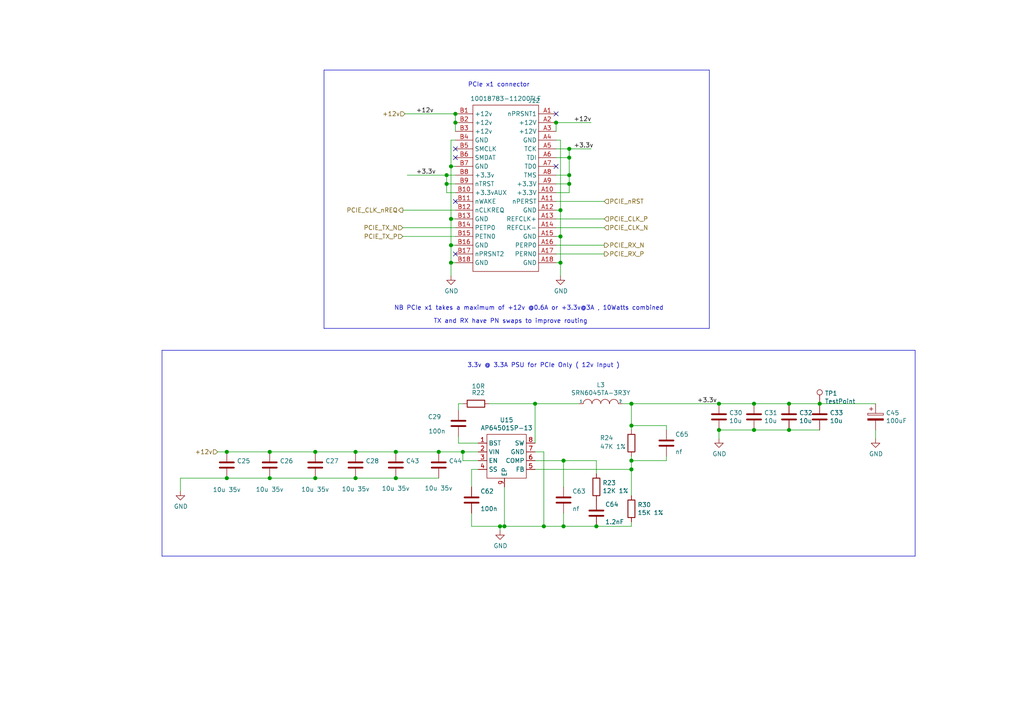
<source format=kicad_sch>
(kicad_sch (version 20250114) (generator "eeschema") (generator_version "9.0")
  (paper "A4")
  (title_block (title "Compute Module 4 IO Board - PCIe") (rev "1") (company "© 2020-2022 Raspberry Pi Ltd (formerly Raspberry Pi (Trading) Ltd.)") (comment 1 "www.raspberrypi.com"))
  (lib_symbols
    (symbol "CM4IO:AP64351"
      (property "Reference" "U" (at 0 8.89 0))
      (property "Value" "AP64351" (at 1.27 6.35 0))
      (symbol "AP64351_0_1"
        (rectangle (start -5.08 5.08) (end 6.35 -7.62))
      )
      (symbol "AP64351_1_1"
        (pin passive line (at -7.62 2.54 0) (length 2.54) (name "BST") (number "1"))
        (pin power_in line (at -7.62 0 0) (length 2.54) (name "VIN") (number "2"))
        (pin input line (at -7.62 -2.54 0) (length 2.54) (name "EN") (number "3"))
        (pin input line (at -7.62 -5.08 0) (length 2.54) (name "SS") (number "4"))
        (pin passive line (at 0 -10.16 90) (length 2.54) (name "EP") (number "9"))
        (pin output line (at 8.89 2.54 180) (length 2.54) (name "SW") (number "8"))
        (pin power_in line (at 8.89 0 180) (length 2.54) (name "GND") (number "7"))
        (pin input line (at 8.89 -2.54 180) (length 2.54) (name "COMP") (number "6"))
        (pin input line (at 8.89 -5.08 180) (length 2.54) (name "FB") (number "5"))
      )
    )
    (symbol "CM4IO:PCIe-x1"
      (property "Reference" "J" (at -13.97 36.83 0))
      (property "Value" "PCIe-x1" (at -5.08 -13.97 0))
      (symbol "PCIe-x1_0_0"
        (pin power_in line (at -19.05 33.02 0) (length 5.08) (name "+12v") (number "B1"))
        (pin power_in line (at -19.05 30.48 0) (length 5.08) (name "+12v") (number "B2"))
        (pin power_in line (at -19.05 27.94 0) (length 5.08) (name "+12v") (number "B3"))
        (pin power_in line (at -19.05 25.4 0) (length 5.08) (name "GND") (number "B4"))
        (pin passive line (at -19.05 22.86 0) (length 5.08) (name "SMCLK") (number "B5"))
        (pin passive line (at -19.05 20.32 0) (length 5.08) (name "SMDAT") (number "B6"))
        (pin power_in line (at -19.05 17.78 0) (length 5.08) (name "GND") (number "B7"))
        (pin power_in line (at -19.05 15.24 0) (length 5.08) (name "+3.3v") (number "B8"))
        (pin input line (at -19.05 12.7 0) (length 5.08) (name "nTRST") (number "B9"))
        (pin power_in line (at -19.05 10.16 0) (length 5.08) (name "+3.3vAUX") (number "B10"))
        (pin open_collector line (at -19.05 7.62 0) (length 5.08) (name "nWAKE") (number "B11"))
        (pin open_collector line (at -19.05 5.08 0) (length 5.08) (name "nCLKREQ") (number "B12"))
        (pin power_in line (at -19.05 2.54 0) (length 5.08) (name "GND") (number "B13"))
        (pin input line (at -19.05 0 0) (length 5.08) (name "PETP0") (number "B14"))
        (pin input line (at -19.05 -2.54 0) (length 5.08) (name "PETN0") (number "B15"))
        (pin power_in line (at -19.05 -5.08 0) (length 5.08) (name "GND") (number "B16"))
        (pin passive line (at -19.05 -7.62 0) (length 5.08) (name "nPRSNT2") (number "B17"))
        (pin power_in line (at -19.05 -10.16 0) (length 5.08) (name "GND") (number "B18"))
        (pin passive line (at 10.16 33.02 180) (length 5.08) (name "nPRSNT1") (number "A1"))
        (pin power_in line (at 10.16 30.48 180) (length 5.08) (name "+12V") (number "A2"))
        (pin power_in line (at 10.16 27.94 180) (length 5.08) (name "+12V") (number "A3"))
        (pin power_in line (at 10.16 25.4 180) (length 5.08) (name "GND") (number "A4"))
        (pin input line (at 10.16 22.86 180) (length 5.08) (name "TCK") (number "A5"))
        (pin input line (at 10.16 20.32 180) (length 5.08) (name "TDI") (number "A6"))
        (pin output line (at 10.16 17.78 180) (length 5.08) (name "TD0") (number "A7"))
        (pin input line (at 10.16 15.24 180) (length 5.08) (name "TMS") (number "A8"))
        (pin power_in line (at 10.16 12.7 180) (length 5.08) (name "+3.3V") (number "A9"))
        (pin power_in line (at 10.16 10.16 180) (length 5.08) (name "+3.3V") (number "A10"))
        (pin input line (at 10.16 7.62 180) (length 5.08) (name "nPERST") (number "A11"))
        (pin power_in line (at 10.16 5.08 180) (length 5.08) (name "GND") (number "A12"))
        (pin input line (at 10.16 2.54 180) (length 5.08) (name "REFCLK+") (number "A13"))
        (pin input line (at 10.16 0 180) (length 5.08) (name "REFCLK-") (number "A14"))
        (pin power_in line (at 10.16 -2.54 180) (length 5.08) (name "GND") (number "A15"))
        (pin output line (at 10.16 -5.08 180) (length 5.08) (name "PERP0") (number "A16"))
        (pin output line (at 10.16 -7.62 180) (length 5.08) (name "PERN0") (number "A17"))
        (pin power_in line (at 10.16 -10.16 180) (length 5.08) (name "GND") (number "A18"))
      )
      (symbol "PCIe-x1_0_1"
        (rectangle (start -13.97 35.56) (end 5.08 -12.7))
      )
    )
    (symbol "Connector:TestPoint" (pin_numbers (hide yes)) (pin_names (offset 0.762) (hide yes))
      (property "Reference" "TP" (at 0 6.858 0))
      (property "Value" "TestPoint" (at 0 5.08 0))
      (symbol "TestPoint_0_1"
        (circle (center 0 3.302) (radius 0.762))
      )
      (symbol "TestPoint_1_1"
        (pin passive line (at 0 0 90) (length 2.54) (name "1") (number "1"))
      )
    )
    (symbol "Device:C" (pin_numbers (hide yes)) (pin_names (offset 0.254))
      (property "Reference" "C" (at 0.635 2.54 0))
      (property "Value" "C" (at 0.635 -2.54 0))
      (symbol "C_0_1"
        (polyline (pts (xy -2.032 0.762) (xy 2.032 0.762)) (stroke (width 0.508)))
        (polyline (pts (xy -2.032 -0.762) (xy 2.032 -0.762)) (stroke (width 0.508)))
      )
      (symbol "C_1_1"
        (pin passive line (at 0 3.81 270) (length 2.794) (name "~") (number "1"))
        (pin passive line (at 0 -3.81 90) (length 2.794) (name "~") (number "2"))
      )
    )
    (symbol "Device:CP" (pin_numbers (hide yes)) (pin_names (offset 0.254))
      (property "Reference" "C" (at 0.635 2.54 0))
      (property "Value" "CP" (at 0.635 -2.54 0))
      (symbol "CP_0_1"
        (rectangle (start -2.286 0.508) (end 2.286 1.016))
        (polyline (pts (xy -1.778 2.286) (xy -0.762 2.286)))
        (polyline (pts (xy -1.27 2.794) (xy -1.27 1.778)))
        (rectangle (start 2.286 -0.508) (end -2.286 -1.016) (fill (type outline)))
      )
      (symbol "CP_1_1"
        (pin passive line (at 0 3.81 270) (length 2.794) (name "~") (number "1"))
        (pin passive line (at 0 -3.81 90) (length 2.794) (name "~") (number "2"))
      )
    )
    (symbol "Device:R" (pin_numbers (hide yes)) (pin_names (offset 0))
      (property "Reference" "R" (at 2.032 0 90))
      (property "Value" "R" (at 0 0 90))
      (symbol "R_0_1"
        (rectangle (start -1.016 -2.54) (end 1.016 2.54) (stroke (width 0.254)))
      )
      (symbol "R_1_1"
        (pin passive line (at 0 3.81 270) (length 1.27) (name "~") (number "1"))
        (pin passive line (at 0 -3.81 90) (length 1.27) (name "~") (number "2"))
      )
    )
    (symbol "power:GND" (power) (pin_names (offset 0))
      (property "Value" "GND" (at 0 -3.81 0))
      (symbol "GND_0_1"
        (polyline (pts (xy 0 0) (xy 0 -1.27) (xy 1.27 -1.27) (xy 0 -2.54) (xy -1.27 -1.27) (xy 0 -1.27)))
      )
      (symbol "GND_1_1"
        (pin power_in line (at 0 0 270) (length 0) (hide yes) (name "GND") (number "1"))
      )
    )
    (symbol "pspice:INDUCTOR" (pin_numbers (hide yes)) (pin_names (offset 0))
      (property "Reference" "L" (at 0 2.54 0))
      (property "Value" "INDUCTOR" (at 0 -1.27 0))
      (symbol "INDUCTOR_0_1"
        (arc (start -5.08 0) (mid -3.81 1.2645) (end -2.54 0))
        (arc (start -2.54 0) (mid -1.27 1.2645) (end 0 0))
        (arc (start 0 0) (mid 1.27 1.2645) (end 2.54 0))
        (arc (start 2.54 0) (mid 3.81 1.2645) (end 5.08 0))
      )
      (symbol "INDUCTOR_1_1"
        (pin input line (at -6.35 0 0) (length 1.27) (name "1") (number "1"))
        (pin input line (at 6.35 0 180) (length 1.27) (name "2") (number "2"))
      )
    )
  )
  (text "TX and RX have PN swaps to improve routing\n" (at 125.73 93.98 0) (effects (font (size 1.27 1.27)) (justify left bottom)))
  (text "PCIe x1 connector" (at 153.67 25.4 0) (effects (font (size 1.27 1.27)) (justify right bottom)))
  (text "3.3v @ 3.3A PSU for PCIe Only ( 12v Input )\n\n" (at 135.509 108.839 0) (effects (font (size 1.27 1.27)) (justify left bottom)))
  (text "NB PCIe x1 takes a maximum of +12v @0.6A or +3.3v@3A , 10Watts combined" (at 114.3 90.17 0) (effects (font (size 1.27 1.27)) (justify left bottom)))
  (junction (at 157.734 152.654) (diameter 1.016))
  (junction (at 162.56 60.96) (diameter 1.016))
  (junction (at 163.449 152.654) (diameter 1.016))
  (junction (at 162.56 76.2) (diameter 1.016))
  (junction (at 130.81 76.2) (diameter 1.016))
  (junction (at 228.854 124.714) (diameter 1.016))
  (junction (at 145.034 152.654) (diameter 1.016))
  (junction (at 114.808 131.064) (diameter 1.016))
  (junction (at 127.254 131.064) (diameter 1.016))
  (junction (at 218.694 117.094) (diameter 1.016))
  (junction (at 165.1 50.8) (diameter 1.016))
  (junction (at 91.44 131.064) (diameter 1.016))
  (junction (at 130.81 63.5) (diameter 1.016))
  (junction (at 183.134 136.144) (diameter 1.016))
  (junction (at 114.808 138.684) (diameter 1.016))
  (junction (at 78.232 131.064) (diameter 1.016))
  (junction (at 146.304 152.654) (diameter 1.016))
  (junction (at 65.786 138.684) (diameter 1.016))
  (junction (at 103.124 138.684) (diameter 1.016))
  (junction (at 65.786 131.064) (diameter 1.016))
  (junction (at 228.854 117.094) (diameter 1.016))
  (junction (at 208.534 124.714) (diameter 1.016))
  (junction (at 155.194 117.094) (diameter 1.016))
  (junction (at 172.974 152.654) (diameter 1.016))
  (junction (at 132.08 33.02) (diameter 1.016))
  (junction (at 218.694 124.714) (diameter 1.016))
  (junction (at 103.124 131.064) (diameter 1.016))
  (junction (at 132.08 35.56) (diameter 1.016))
  (junction (at 162.56 68.58) (diameter 1.016))
  (junction (at 78.232 138.684) (diameter 1.016))
  (junction (at 183.134 133.604) (diameter 1.016))
  (junction (at 208.534 117.094) (diameter 1.016))
  (junction (at 129.54 50.8) (diameter 1.016))
  (junction (at 183.134 117.094) (diameter 1.016))
  (junction (at 165.1 43.18) (diameter 1.016))
  (junction (at 91.44 138.684) (diameter 1.016))
  (junction (at 134.239 131.064) (diameter 1.016))
  (junction (at 129.54 53.34) (diameter 1.016))
  (junction (at 165.1 53.34) (diameter 1.016))
  (junction (at 165.1 45.72) (diameter 1.016))
  (junction (at 163.449 133.604) (diameter 1.016))
  (junction (at 161.29 35.56) (diameter 1.016))
  (junction (at 183.134 123.444) (diameter 1.016))
  (junction (at 130.81 71.12) (diameter 1.016))
  (junction (at 237.744 117.094) (diameter 1.016))
  (junction (at 130.81 48.26) (diameter 1.016))
  (no_connect (at 132.08 73.66))
  (no_connect (at 132.08 43.18))
  (no_connect (at 161.29 33.02))
  (no_connect (at 161.29 48.26))
  (no_connect (at 132.08 45.72))
  (no_connect (at 132.08 58.42))
  (wire (pts (xy 91.44 138.684) (xy 103.124 138.684)))
  (wire (pts (xy 161.29 38.1) (xy 161.29 35.56)))
  (wire (pts (xy 127.254 131.064) (xy 134.239 131.064)))
  (wire (pts (xy 163.449 133.604) (xy 163.449 141.224)))
  (wire (pts (xy 132.969 117.094) (xy 134.239 117.094)))
  (wire (pts (xy 183.134 123.444) (xy 193.294 123.444)))
  (wire (pts (xy 161.29 43.18) (xy 165.1 43.18)))
  (wire (pts (xy 132.08 38.1) (xy 132.08 35.56)))
  (wire (pts (xy 183.134 136.144) (xy 183.134 143.764)))
  (wire (pts (xy 163.449 152.654) (xy 172.974 152.654)))
  (wire (pts (xy 136.779 136.144) (xy 136.779 141.224)))
  (wire (pts (xy 161.29 63.5) (xy 175.26 63.5)))
  (wire (pts (xy 130.81 63.5) (xy 130.81 71.12)))
  (wire (pts (xy 132.969 118.999) (xy 132.969 117.094)))
  (wire (pts (xy 130.81 76.2) (xy 130.81 80.01)))
  (wire (pts (xy 183.134 117.094) (xy 208.534 117.094)))
  (wire (pts (xy 134.239 133.604) (xy 138.684 133.604)))
  (wire (pts (xy 130.81 71.12) (xy 130.81 76.2)))
  (wire (pts (xy 132.08 71.12) (xy 130.81 71.12)))
  (wire (pts (xy 180.594 117.094) (xy 183.134 117.094)))
  (polyline (pts (xy 93.98 95.25) (xy 93.98 20.32)) (stroke (width 0) (type solid)))
  (wire (pts (xy 193.294 133.604) (xy 193.294 132.334)))
  (wire (pts (xy 162.56 76.2) (xy 162.56 80.01)))
  (wire (pts (xy 155.194 133.604) (xy 163.449 133.604)))
  (wire (pts (xy 136.779 148.844) (xy 136.779 152.654)))
  (wire (pts (xy 52.324 138.684) (xy 52.324 142.494)))
  (wire (pts (xy 183.134 133.604) (xy 193.294 133.604)))
  (wire (pts (xy 161.29 55.88) (xy 165.1 55.88)))
  (wire (pts (xy 193.294 123.444) (xy 193.294 124.714)))
  (wire (pts (xy 129.54 53.34) (xy 129.54 55.88)))
  (wire (pts (xy 161.29 66.04) (xy 175.26 66.04)))
  (wire (pts (xy 162.56 60.96) (xy 162.56 68.58)))
  (wire (pts (xy 161.29 45.72) (xy 165.1 45.72)))
  (wire (pts (xy 218.694 117.094) (xy 228.854 117.094)))
  (wire (pts (xy 161.29 35.56) (xy 171.45 35.56)))
  (wire (pts (xy 129.54 50.8) (xy 132.08 50.8)))
  (wire (pts (xy 162.56 76.2) (xy 161.29 76.2)))
  (wire (pts (xy 161.29 73.66) (xy 175.26 73.66)))
  (wire (pts (xy 155.194 117.094) (xy 167.894 117.094)))
  (wire (pts (xy 162.56 68.58) (xy 162.56 76.2)))
  (wire (pts (xy 114.808 131.064) (xy 127.254 131.064)))
  (wire (pts (xy 218.694 124.714) (xy 208.534 124.714)))
  (wire (pts (xy 65.786 138.684) (xy 78.232 138.684)))
  (wire (pts (xy 78.232 131.064) (xy 91.44 131.064)))
  (wire (pts (xy 161.29 60.96) (xy 162.56 60.96)))
  (wire (pts (xy 172.974 152.654) (xy 183.134 152.654)))
  (wire (pts (xy 157.734 131.064) (xy 157.734 152.654)))
  (wire (pts (xy 155.194 117.094) (xy 155.194 128.524)))
  (wire (pts (xy 183.134 133.604) (xy 183.134 136.144)))
  (wire (pts (xy 132.08 60.96) (xy 116.84 60.96)))
  (wire (pts (xy 183.134 132.334) (xy 183.134 133.604)))
  (polyline (pts (xy 265.43 101.6) (xy 265.43 161.29)) (stroke (width 0) (type solid)))
  (polyline (pts (xy 93.98 20.32) (xy 205.74 20.32)) (stroke (width 0) (type solid)))
  (wire (pts (xy 183.134 117.094) (xy 183.134 123.444)))
  (wire (pts (xy 237.744 117.094) (xy 253.9492 117.094)))
  (wire (pts (xy 129.54 55.88) (xy 132.08 55.88)))
  (wire (pts (xy 165.1 55.88) (xy 165.1 53.34)))
  (wire (pts (xy 132.08 35.56) (xy 132.08 33.02)))
  (wire (pts (xy 163.449 148.844) (xy 163.449 152.654)))
  (polyline (pts (xy 46.99 101.6) (xy 265.43 101.6)) (stroke (width 0) (type solid)))
  (wire (pts (xy 157.734 152.654) (xy 163.449 152.654)))
  (wire (pts (xy 183.134 123.444) (xy 183.134 124.714)))
  (wire (pts (xy 134.239 131.064) (xy 134.239 133.604)))
  (wire (pts (xy 130.81 40.64) (xy 130.81 48.26)))
  (wire (pts (xy 130.81 48.26) (xy 130.81 63.5)))
  (wire (pts (xy 129.54 53.34) (xy 132.08 53.34)))
  (wire (pts (xy 132.08 63.5) (xy 130.81 63.5)))
  (wire (pts (xy 132.969 128.524) (xy 138.684 128.524)))
  (wire (pts (xy 163.449 133.604) (xy 172.974 133.604)))
  (wire (pts (xy 145.034 152.654) (xy 146.304 152.654)))
  (wire (pts (xy 65.786 131.064) (xy 78.232 131.064)))
  (wire (pts (xy 228.854 117.094) (xy 237.744 117.094)))
  (wire (pts (xy 138.684 136.144) (xy 136.779 136.144)))
  (wire (pts (xy 118.11 50.8) (xy 129.54 50.8)))
  (wire (pts (xy 132.969 126.619) (xy 132.969 128.524)))
  (wire (pts (xy 161.29 40.64) (xy 162.56 40.64)))
  (wire (pts (xy 63.119 131.064) (xy 65.786 131.064)))
  (wire (pts (xy 114.808 138.684) (xy 127.254 138.684)))
  (wire (pts (xy 117.475 33.02) (xy 132.08 33.02)))
  (polyline (pts (xy 46.99 101.6) (xy 46.99 161.29)) (stroke (width 0) (type solid)))
  (wire (pts (xy 208.534 117.094) (xy 218.694 117.094)))
  (wire (pts (xy 161.29 50.8) (xy 165.1 50.8)))
  (wire (pts (xy 132.08 40.64) (xy 130.81 40.64)))
  (wire (pts (xy 165.1 43.18) (xy 165.1 45.72)))
  (wire (pts (xy 237.744 124.714) (xy 228.854 124.714)))
  (polyline (pts (xy 205.74 20.32) (xy 205.74 95.25)) (stroke (width 0) (type solid)))
  (wire (pts (xy 165.1 45.72) (xy 165.1 50.8)))
  (wire (pts (xy 253.9492 124.714) (xy 253.9492 127.254)))
  (wire (pts (xy 52.324 138.684) (xy 65.786 138.684)))
  (wire (pts (xy 129.54 50.8) (xy 129.54 53.34)))
  (wire (pts (xy 146.304 141.224) (xy 146.304 152.654)))
  (wire (pts (xy 103.124 131.064) (xy 114.808 131.064)))
  (wire (pts (xy 183.134 152.654) (xy 183.134 151.384)))
  (wire (pts (xy 136.779 152.654) (xy 145.034 152.654)))
  (wire (pts (xy 132.08 68.58) (xy 116.84 68.58)))
  (wire (pts (xy 208.534 124.714) (xy 208.534 127.254)))
  (wire (pts (xy 155.194 131.064) (xy 157.734 131.064)))
  (wire (pts (xy 78.232 138.684) (xy 91.44 138.684)))
  (wire (pts (xy 165.1 43.18) (xy 171.45 43.18)))
  (wire (pts (xy 145.034 153.924) (xy 145.034 152.654)))
  (wire (pts (xy 228.854 124.714) (xy 218.694 124.714)))
  (wire (pts (xy 161.29 68.58) (xy 162.56 68.58)))
  (wire (pts (xy 103.124 138.684) (xy 114.808 138.684)))
  (wire (pts (xy 172.974 137.414) (xy 172.974 133.604)))
  (wire (pts (xy 91.44 131.064) (xy 103.124 131.064)))
  (wire (pts (xy 162.56 40.64) (xy 162.56 60.96)))
  (wire (pts (xy 132.08 48.26) (xy 130.81 48.26)))
  (wire (pts (xy 146.304 152.654) (xy 157.734 152.654)))
  (polyline (pts (xy 205.74 95.25) (xy 93.98 95.25)) (stroke (width 0) (type solid)))
  (wire (pts (xy 132.08 66.04) (xy 116.84 66.04)))
  (wire (pts (xy 161.29 71.12) (xy 175.26 71.12)))
  (wire (pts (xy 130.81 76.2) (xy 132.08 76.2)))
  (polyline (pts (xy 265.43 161.29) (xy 46.99 161.29)) (stroke (width 0) (type solid)))
  (wire (pts (xy 141.859 117.094) (xy 155.194 117.094)))
  (wire (pts (xy 165.1 50.8) (xy 165.1 53.34)))
  (wire (pts (xy 161.29 53.34) (xy 165.1 53.34)))
  (wire (pts (xy 155.194 136.144) (xy 183.134 136.144)))
  (wire (pts (xy 134.239 131.064) (xy 138.684 131.064)))
  (wire (pts (xy 161.29 58.42) (xy 175.26 58.42)))
  (label "+12v" (at 120.65 33.02 0))
  (label "+3.3v" (at 120.65 50.8 0))
  (label "+3.3v" (at 166.37 43.18 0))
  (label "+3.3v" (at 202.184 117.094 0))
  (label "+12v" (at 166.37 35.56 0))
  (hierarchical_label "PCIE_RX_P" (shape output) (at 175.26 73.66 0))
  (hierarchical_label "PCIE_CLK_P" (shape input) (at 175.26 63.5 0))
  (hierarchical_label "PCIE_RX_N" (shape output) (at 175.26 71.12 0))
  (hierarchical_label "PCIE_nRST" (shape input) (at 175.26 58.42 0))
  (hierarchical_label "PCIE_CLK_N" (shape input) (at 175.26 66.04 0))
  (hierarchical_label "+12v" (shape input) (at 63.119 131.064 180))
  (hierarchical_label "+12v" (shape input) (at 117.475 33.02 180))
  (hierarchical_label "PCIE_CLK_nREQ" (shape output) (at 116.84 60.96 180))
  (hierarchical_label "PCIE_TX_N" (shape input) (at 116.84 66.04 180))
  (hierarchical_label "PCIE_TX_P" (shape input) (at 116.84 68.58 180))
  (symbol (lib_id "power:GND") (at 130.81 80.01 0) (unit 1)
    (property "Reference" "#PWR015" (effects (hide yes)))
    (property "Value" "GND" (at 130.937 84.4042 0))
  )
  (symbol (lib_id "power:GND") (at 52.324 142.494 0) (unit 1)
    (property "Reference" "#PWR04" (effects (hide yes)))
    (property "Value" "GND" (at 52.451 146.8882 0))
  )
  (symbol (lib_id "Device:C") (at 208.534 120.904 0) (unit 1)
    (property "Reference" "C30" (at 211.455 119.7356 0) (effects (justify left)))
    (property "Value" "10u" (at 211.455 122.047 0) (effects (justify left)))
    (property "Footprint" "Capacitor_SMD:C_0805_2012Metric" (effects (hide yes)))
    (property "Datasheet" "https://search.murata.co.jp/Ceramy/image/img/A01X/G101/ENG/GRM21BR71A106KA73-01.pdf" (effects (hide yes)))
    (property "Field5" "490-14381-1-ND" (effects (hide yes)))
    (property "Field4" "Digikey" (effects (hide yes)))
    (property "Field6" "GRM21BR71A106KA73L" (effects (hide yes)))
    (property "Field7" "Murata" (effects (hide yes)))
    (property "Part Description" "	10uF 10% 10V Ceramic Capacitor X7R 0805 (2012 Metric)" (effects (hide yes)))
    (property "Field8" "111893011" (effects (hide yes)))
  )
  (symbol (lib_id "Device:C") (at 218.694 120.904 0) (unit 1)
    (property "Reference" "C31" (at 221.615 119.7356 0) (effects (justify left)))
    (property "Value" "10u" (at 221.615 122.047 0) (effects (justify left)))
    (property "Footprint" "Capacitor_SMD:C_0805_2012Metric" (effects (hide yes)))
    (property "Datasheet" "https://search.murata.co.jp/Ceramy/image/img/A01X/G101/ENG/GRM21BR71A106KA73-01.pdf" (effects (hide yes)))
    (property "Field5" "490-14381-1-ND" (effects (hide yes)))
    (property "Field4" "Digikey" (effects (hide yes)))
    (property "Field6" "GRM21BR71A106KA73L" (effects (hide yes)))
    (property "Field7" "Murata" (effects (hide yes)))
    (property "Part Description" "	10uF 10% 10V Ceramic Capacitor X7R 0805 (2012 Metric)" (effects (hide yes)))
    (property "Field8" "111893011" (effects (hide yes)))
  )
  (symbol (lib_id "Device:C") (at 228.854 120.904 0) (unit 1)
    (property "Reference" "C32" (at 231.775 119.7356 0) (effects (justify left)))
    (property "Value" "10u" (at 231.775 122.047 0) (effects (justify left)))
    (property "Footprint" "Capacitor_SMD:C_0805_2012Metric" (effects (hide yes)))
    (property "Datasheet" "https://search.murata.co.jp/Ceramy/image/img/A01X/G101/ENG/GRM21BR71A106KA73-01.pdf" (effects (hide yes)))
    (property "Field5" "490-14381-1-ND" (effects (hide yes)))
    (property "Field4" "Digikey" (effects (hide yes)))
    (property "Field6" "GRM21BR71A106KA73L" (effects (hide yes)))
    (property "Field7" "Murata" (effects (hide yes)))
    (property "Part Description" "	10uF 10% 10V Ceramic Capacitor X7R 0805 (2012 Metric)" (effects (hide yes)))
    (property "Field8" "111893011" (effects (hide yes)))
  )
  (symbol (lib_id "Device:C") (at 237.744 120.904 0) (unit 1)
    (property "Reference" "C33" (at 240.665 119.7356 0) (effects (justify left)))
    (property "Value" "10u" (at 240.665 122.047 0) (effects (justify left)))
    (property "Footprint" "Capacitor_SMD:C_0805_2012Metric" (effects (hide yes)))
    (property "Datasheet" "https://search.murata.co.jp/Ceramy/image/img/A01X/G101/ENG/GRM21BR71A106KA73-01.pdf" (effects (hide yes)))
    (property "Field5" "490-14381-1-ND" (effects (hide yes)))
    (property "Field4" "Digikey" (effects (hide yes)))
    (property "Field6" "GRM21BR71A106KA73L" (effects (hide yes)))
    (property "Field7" "Murata" (effects (hide yes)))
    (property "Part Description" "	10uF 10% 10V Ceramic Capacitor X7R 0805 (2012 Metric)" (effects (hide yes)))
    (property "Field8" "111893011" (effects (hide yes)))
  )
  (symbol (lib_id "power:GND") (at 162.56 80.01 0) (unit 1)
    (property "Reference" "#PWR020" (effects (hide yes)))
    (property "Value" "GND" (at 162.687 84.4042 0))
  )
  (symbol (lib_id "Device:R") (at 183.134 147.574 0) (unit 1)
    (property "Reference" "R30" (at 184.912 146.4056 0) (effects (justify left)))
    (property "Value" "15K 1%" (at 184.912 148.717 0) (effects (justify left)))
    (property "Footprint" "Resistor_SMD:R_0402_1005Metric" (effects (hide yes)))
    (property "Datasheet" "https://fscdn.rohm.com/en/products/databook/datasheet/passive/resistor/chip_resistor/mcr-e.pdf" (effects (hide yes)))
    (property "Field4" "Farnell" (effects (hide yes)))
    (property "Field5" "9239375" (effects (hide yes)))
    (property "Field6" "MCR01MZPF1502" (effects (hide yes)))
    (property "Field7" "Rohm" (effects (hide yes)))
    (property "Part Description" "Resistor 15K M1005 1% 63mW" (effects (hide yes)))
    (property "Field8" "120891581" (effects (hide yes)))
  )
  (symbol (lib_id "Device:C") (at 172.974 148.844 0) (unit 1)
    (property "Reference" "C64" (at 175.514 146.304 0) (effects (justify left)))
    (property "Value" "1.2nF" (at 175.514 151.384 0) (effects (justify left)))
    (property "Footprint" "Capacitor_SMD:C_0402_1005Metric" (effects (hide yes)))
    (property "Datasheet" "http://www.farnell.com/datasheets/2734135.pdf?_ga=2.259347658.1738794919.1588350964-1787849031.1568210898&_gac=1.15394434.1588350964.EAIaIQobChMIgrHHs4yT6QIVxevtCh39TA_nEAAYASAAEgK8PfD_BwE" (effects (hide yes)))
    (property "Field4" "Digikey" (effects (hide yes)))
    (property "Field5" "490-16429-1-ND" (effects (hide yes)))
    (property "Field6" "GCM155R71H122KA37D" (effects (hide yes)))
    (property "Field7" "Murata" (effects (hide yes)))
    (property "Part Description" "1200pF 10% 10V Ceramic Capacitor X5R 0402 (1005 Metric)" (effects (hide yes)))
  )
  (symbol (lib_id "Device:C") (at 163.449 145.034 0) (unit 1)
    (property "Reference" "C63" (at 165.989 142.494 0) (effects (justify left)))
    (property "Value" "nf" (at 165.989 147.574 0) (effects (justify left)))
    (property "Footprint" "Capacitor_SMD:C_0402_1005Metric" (effects (hide yes)))
  )
  (symbol (lib_id "CM4IO:AP64351") (at 146.304 131.064 0) (unit 1)
    (property "Reference" "U15" (at 146.939 121.8184 0))
    (property "Value" "AP64501SP-13" (at 146.939 124.1298 0))
    (property "Footprint" "CM4IO:SOIC-8-1EP_3.9x4.9mm_P1.27mm_EP2.95x4.9mm_Mask2.71x3.4mm_ThermalVias" (effects (hide yes)))
    (property "Datasheet" "https://www.diodes.com/assets/Datasheets/AP64501.pdf" (effects (hide yes)))
    (property "Field4" "Digikey" (effects (hide yes)))
    (property "Field5" "31-AP64501SP-13CT-ND" (effects (hide yes)))
    (property "Field6" "AP64501SP-13" (effects (hide yes)))
    (property "Field7" "Diodes" (effects (hide yes)))
    (property "Part Description" "Buck Switching Regulator IC Positive Adjustable 0.8V 1 Output 5A 8-SOIC (0.154\", 3.90mm Width) Exposed Pad" (effects (hide yes)))
  )
  (symbol (lib_id "Device:C") (at 132.969 122.809 0) (unit 1)
    (property "Reference" "C29" (at 124.079 120.904 0) (effects (justify left)))
    (property "Value" "100n" (at 124.2314 125.0696 0) (effects (justify left)))
    (property "Footprint" "Capacitor_SMD:C_0402_1005Metric" (effects (hide yes)))
    (property "Datasheet" "https://search.murata.co.jp/Ceramy/image/img/A01X/G101/ENG/GRM155R71C104KA88-01.pdf" (effects (hide yes)))
    (property "Field4" "Farnell" (effects (hide yes)))
    (property "Field5" "2611911" (effects (hide yes)))
    (property "Field6" "RM EMK105 B7104KV-F" (effects (hide yes)))
    (property "Field7" "TAIYO YUDEN EUROPE GMBH" (effects (hide yes)))
    (property "Part Description" "	0.1uF 10% 16V Ceramic Capacitor X7R 0402 (1005 Metric)" (effects (hide yes)))
    (property "Field8" "110091611" (effects (hide yes)))
  )
  (symbol (lib_id "Device:C") (at 136.779 145.034 0) (unit 1)
    (property "Reference" "C62" (at 139.319 142.494 0) (effects (justify left)))
    (property "Value" "100n" (at 139.319 147.574 0) (effects (justify left)))
    (property "Footprint" "Capacitor_SMD:C_0402_1005Metric" (effects (hide yes)))
    (property "Datasheet" "https://search.murata.co.jp/Ceramy/image/img/A01X/G101/ENG/GRM155R71C104KA88-01.pdf" (effects (hide yes)))
    (property "Field4" "Farnell" (effects (hide yes)))
    (property "Field5" "2611911" (effects (hide yes)))
    (property "Field6" "RM EMK105 B7104KV-F" (effects (hide yes)))
    (property "Field7" "TAIYO YUDEN EUROPE GMBH" (effects (hide yes)))
    (property "Part Description" "	0.1uF 10% 16V Ceramic Capacitor X7R 0402 (1005 Metric)" (effects (hide yes)))
    (property "Field8" "110091611" (effects (hide yes)))
  )
  (symbol (lib_id "power:GND") (at 145.034 153.924 0) (unit 1)
    (property "Reference" "#PWR016" (effects (hide yes)))
    (property "Value" "GND" (at 145.161 158.3182 0))
  )
  (symbol (lib_id "Device:R") (at 138.049 117.094 270) (unit 1)
    (property "Reference" "R22" (at 136.779 113.919 90) (effects (justify left)))
    (property "Value" "10R" (at 136.779 112.014 90) (effects (justify left)))
    (property "Footprint" "Resistor_SMD:R_0402_1005Metric" (effects (hide yes)))
    (property "Datasheet" "https://fscdn.rohm.com/en/products/databook/datasheet/passive/resistor/chip_resistor/mcr-e.pdf" (effects (hide yes)))
    (property "Field4" "Farnell" (effects (hide yes)))
    (property "Field5" "9238999" (effects (hide yes)))
    (property "Field7" "Yageo" (effects (hide yes)))
    (property "Field6" "RC0402FR-0710RL" (effects (hide yes)))
    (property "Field8" "URES00256" (effects (hide yes)))
    (property "Part Description" "Resistor 10R M1005 1% 63mW" (effects (hide yes)))
  )
  (symbol (lib_id "Device:C") (at 193.294 128.524 0) (unit 1)
    (property "Reference" "C65" (at 195.834 125.984 0) (effects (justify left)))
    (property "Value" "nf" (at 195.834 131.064 0) (effects (justify left)))
    (property "Footprint" "Capacitor_SMD:C_0402_1005Metric" (effects (hide yes)))
    (property "Datasheet" "https://search.murata.co.jp/Ceramy/image/img/A01X/G101/ENG/GJM1555C1H270JB01-01.pdf" (effects (hide yes)))
    (property "Field4" "Digikey" (effects (hide yes)))
    (property "Field5" "	490-17672-2-ND" (effects (hide yes)))
    (property "Field6" "GJM1555C1H270JB01D" (effects (hide yes)))
    (property "Field7" "Murata" (effects (hide yes)))
    (property "Part Description" "	27pF 5% 50V Ceramic Capacitor C0G, NP0 0402 (1005 Metric)" (effects (hide yes)))
  )
  (symbol (lib_id "pspice:INDUCTOR") (at 174.244 117.094 0) (unit 1)
    (property "Reference" "L3" (at 174.244 111.633 0))
    (property "Value" "SRN6045TA-3R3Y" (at 174.244 113.9444 0))
    (property "Footprint" "Inductor_SMD:L_Bourns_SRN6045TA" (effects (hide yes)))
    (property "Datasheet" "https://www.bourns.com/docs/Product-Datasheets/SRN6045TA.pdf" (effects (hide yes)))
    (property "Field4" "Farnell" (effects (hide yes)))
    (property "Field5" "2616889" (effects (hide yes)))
    (property "Field6" "SRN6045TA-3R3Y" (effects (hide yes)))
    (property "Field7" "Bourns" (effects (hide yes)))
    (property "Part Description" "3.3µH Semi-Shielded Wirewound Inductor 7.8A 21mOhm Nonstandard" (effects (hide yes)))
  )
  (symbol (lib_id "Device:R") (at 172.974 141.224 0) (unit 1)
    (property "Reference" "R23" (at 174.752 140.0556 0) (effects (justify left)))
    (property "Value" "12K 1%" (at 174.752 142.367 0) (effects (justify left)))
    (property "Footprint" "Resistor_SMD:R_0402_1005Metric" (effects (hide yes)))
    (property "Datasheet" "https://fscdn.rohm.com/en/products/databook/datasheet/passive/resistor/chip_resistor/mcr-e.pdf" (effects (hide yes)))
    (property "Field4" "Farnell" (effects (hide yes)))
    (property "Field5" "9239367" (effects (hide yes)))
    (property "Field7" "Rohm" (effects (hide yes)))
    (property "Field6" "MCR01MZPF1202" (effects (hide yes)))
    (property "Part Description" "Resistor 12K M1005 1% 63mW" (effects (hide yes)))
  )
  (symbol (lib_id "Device:R") (at 183.134 128.524 0) (unit 1)
    (property "Reference" "R24" (at 173.99 127 0) (effects (justify left)))
    (property "Value" "47K 1%" (at 173.99 129.54 0) (effects (justify left)))
    (property "Footprint" "Resistor_SMD:R_0402_1005Metric" (effects (hide yes)))
    (property "Datasheet" "https://fscdn.rohm.com/en/products/databook/datasheet/passive/resistor/chip_resistor/mcr-e.pdf" (effects (hide yes)))
    (property "Field4" "Farnell" (effects (hide yes)))
    (property "Field5" "9239430" (effects (hide yes)))
    (property "Field7" "KOA EUROPE GMBH" (effects (hide yes)))
    (property "Field6" "RK73G1ETQTP4702D  " (effects (hide yes)))
    (property "Part Description" "Resistor 47K M1005 1% 63mW" (effects (hide yes)))
    (property "Field8" "120892781" (effects (hide yes)))
  )
  (symbol (lib_id "power:GND") (at 208.534 127.254 0) (unit 1)
    (property "Reference" "#PWR022" (effects (hide yes)))
    (property "Value" "GND" (at 208.661 131.6482 0))
  )
  (symbol (lib_id "Connector:TestPoint") (at 237.744 117.094 0) (unit 1)
    (property "Reference" "TP1" (at 239.2172 114.0968 0) (effects (justify left)))
    (property "Value" "TestPoint" (at 239.2172 116.4082 0) (effects (justify left)))
    (property "Footprint" "TestPoint:TestPoint_Pad_2.0x2.0mm" (effects (hide yes)))
    (property "Field4" "nf" (effects (hide yes)))
    (property "Field5" "nf" (effects (hide yes)))
    (property "Field6" "nf" (effects (hide yes)))
    (property "Field7" "nf" (effects (hide yes)))
  )
  (symbol (lib_id "Device:CP") (at 253.9492 120.904 0) (unit 1)
    (property "Reference" "C45" (at 256.9466 119.7614 0) (effects (justify left)))
    (property "Value" "100uF" (at 256.946 122.047 0) (effects (justify left)))
    (property "Footprint" "Capacitor_Tantalum_SMD:CP_EIA-7343-31_Kemet-D" (effects (hide yes)))
    (property "Field4" "Mouser" (effects (hide yes)))
    (property "Field5" "667-EEF-CX0J101R" (effects (hide yes)))
    (property "Part Description" "Capacitor, SP-Cap, 100u, 6.3V, 15mR ESR" (effects (hide yes)))
  )
  (symbol (lib_id "Device:C") (at 127.254 134.874 0) (unit 1)
    (property "Reference" "C44" (at 130.175 133.7056 0) (effects (justify left)))
    (property "Value" "10u 35v" (at 123.1392 141.605 0) (effects (justify left)))
    (property "Footprint" "Capacitor_SMD:C_0805_2012Metric" (effects (hide yes)))
    (property "Datasheet" "https://www.murata.com/en-global/products/productdetail.aspx?partno=GRM21BC8YA106ME11%23" (effects (hide yes)))
    (property "Field5" "490-10505-1-ND" (effects (hide yes)))
    (property "Field4" "Digikey" (effects (hide yes)))
    (property "Field6" "GRM21BC8YA106KE11L " (effects (hide yes)))
    (property "Field7" "Murata" (effects (hide yes)))
    (property "Part Description" "	10uF 10% or 20% 35V Ceramic Capacitor X6S 0805 (2012 Metric)" (effects (hide yes)))
  )
  (symbol (lib_id "Device:C") (at 114.808 134.874 0) (unit 1)
    (property "Reference" "C43" (at 117.729 133.7056 0) (effects (justify left)))
    (property "Value" "10u 35v" (at 110.6932 141.6812 0) (effects (justify left)))
    (property "Footprint" "Capacitor_SMD:C_0805_2012Metric" (effects (hide yes)))
    (property "Datasheet" "https://www.murata.com/en-global/products/productdetail.aspx?partno=GRM21BC8YA106ME11%23" (effects (hide yes)))
    (property "Field5" "490-10505-1-ND" (effects (hide yes)))
    (property "Field4" "Digikey" (effects (hide yes)))
    (property "Field6" "GRM21BC8YA106KE11L " (effects (hide yes)))
    (property "Field7" "Murata" (effects (hide yes)))
    (property "Part Description" "	10uF 10% or 20% 35V Ceramic Capacitor X6S 0805 (2012 Metric)" (effects (hide yes)))
  )
  (symbol (lib_id "Device:C") (at 103.124 134.874 0) (unit 1)
    (property "Reference" "C28" (at 106.045 133.7056 0) (effects (justify left)))
    (property "Value" "10u 35v" (at 99.0854 141.8336 0) (effects (justify left)))
    (property "Footprint" "Capacitor_SMD:C_0805_2012Metric" (effects (hide yes)))
    (property "Datasheet" "https://www.murata.com/en-global/products/productdetail.aspx?partno=GRM21BC8YA106ME11%23" (effects (hide yes)))
    (property "Field5" "490-10505-1-ND" (effects (hide yes)))
    (property "Field4" "Digikey" (effects (hide yes)))
    (property "Field6" "GRM21BC8YA106KE11L " (effects (hide yes)))
    (property "Field7" "Murata" (effects (hide yes)))
    (property "Part Description" "	10uF 10% or 20% 35V Ceramic Capacitor X6S 0805 (2012 Metric)" (effects (hide yes)))
  )
  (symbol (lib_id "Device:C") (at 91.44 134.874 0) (unit 1)
    (property "Reference" "C27" (at 94.361 133.7056 0) (effects (justify left)))
    (property "Value" "10u 35v" (at 87.3252 141.9606 0) (effects (justify left)))
    (property "Footprint" "Capacitor_SMD:C_0805_2012Metric" (effects (hide yes)))
    (property "Datasheet" "https://www.murata.com/en-global/products/productdetail.aspx?partno=GRM21BC8YA106ME11%23" (effects (hide yes)))
    (property "Field5" "490-10505-1-ND" (effects (hide yes)))
    (property "Field4" "Digikey" (effects (hide yes)))
    (property "Field6" "GRM21BC8YA106KE11L " (effects (hide yes)))
    (property "Field7" "Murata" (effects (hide yes)))
    (property "Part Description" "	10uF 10% or 20% 35V Ceramic Capacitor X6S 0805 (2012 Metric)" (effects (hide yes)))
  )
  (symbol (lib_id "Device:C") (at 78.232 134.874 0) (unit 1)
    (property "Reference" "C26" (at 81.153 133.7056 0) (effects (justify left)))
    (property "Value" "10u 35v" (at 74.1426 141.9606 0) (effects (justify left)))
    (property "Footprint" "Capacitor_SMD:C_0805_2012Metric" (effects (hide yes)))
    (property "Datasheet" "https://www.murata.com/en-global/products/productdetail.aspx?partno=GRM21BC8YA106ME11%23" (effects (hide yes)))
    (property "Field5" "490-10505-1-ND" (effects (hide yes)))
    (property "Field4" "Digikey" (effects (hide yes)))
    (property "Field6" "GRM21BC8YA106KE11L " (effects (hide yes)))
    (property "Field7" "Murata" (effects (hide yes)))
    (property "Part Description" "	10uF 10% or 20% 35V Ceramic Capacitor X6S 0805 (2012 Metric)" (effects (hide yes)))
  )
  (symbol (lib_id "Device:C") (at 65.786 134.874 0) (unit 1)
    (property "Reference" "C25" (at 68.707 133.7056 0) (effects (justify left)))
    (property "Value" "10u 35v" (at 61.6966 142.0368 0) (effects (justify left)))
    (property "Footprint" "Capacitor_SMD:C_0805_2012Metric" (effects (hide yes)))
    (property "Datasheet" "https://www.murata.com/en-global/products/productdetail.aspx?partno=GRM21BC8YA106ME11%23" (effects (hide yes)))
    (property "Field5" "490-10505-1-ND" (effects (hide yes)))
    (property "Field4" "Digikey" (effects (hide yes)))
    (property "Field6" "GRM21BC8YA106KE11L " (effects (hide yes)))
    (property "Field7" "Murata" (effects (hide yes)))
    (property "Part Description" "	10uF 10% or 20% 35V Ceramic Capacitor X6S 0805 (2012 Metric)" (effects (hide yes)))
  )
  (symbol (lib_id "CM4IO:PCIe-x1") (at 151.13 66.04 0) (unit 1)
    (property "Reference" "J12" (at 154.94 29.21 0))
    (property "Value" "10018783-11200TLF" (at 146.685 28.6004 0))
    (property "Footprint" "CM4IO:PCIex1-36" (effects (hide yes)))
    (property "Datasheet" "https://www.mouser.co.uk/datasheet/2/18/10018783-1525093.pdf" (effects (hide yes)))
    (property "Field4" "Mouser" (effects (hide yes)))
    (property "Field5" "649-10018783-1200TLF" (effects (hide yes)))
    (property "Part Description" "PCI Express/PCI Connectors PCIE THROUGH HOLE 36P" (effects (hide yes)))
    (property "Field6" "10018783-11200TLF" (effects (hide yes)))
    (property "Field7" "Amphenol FCI" (effects (hide yes)))
  )
  (symbol (lib_id "power:GND") (at 253.9492 127.254 0) (unit 1)
    (property "Reference" "#PWR029" (effects (hide yes)))
    (property "Value" "GND" (at 254.0762 131.6482 0))
  )
)
</source>
